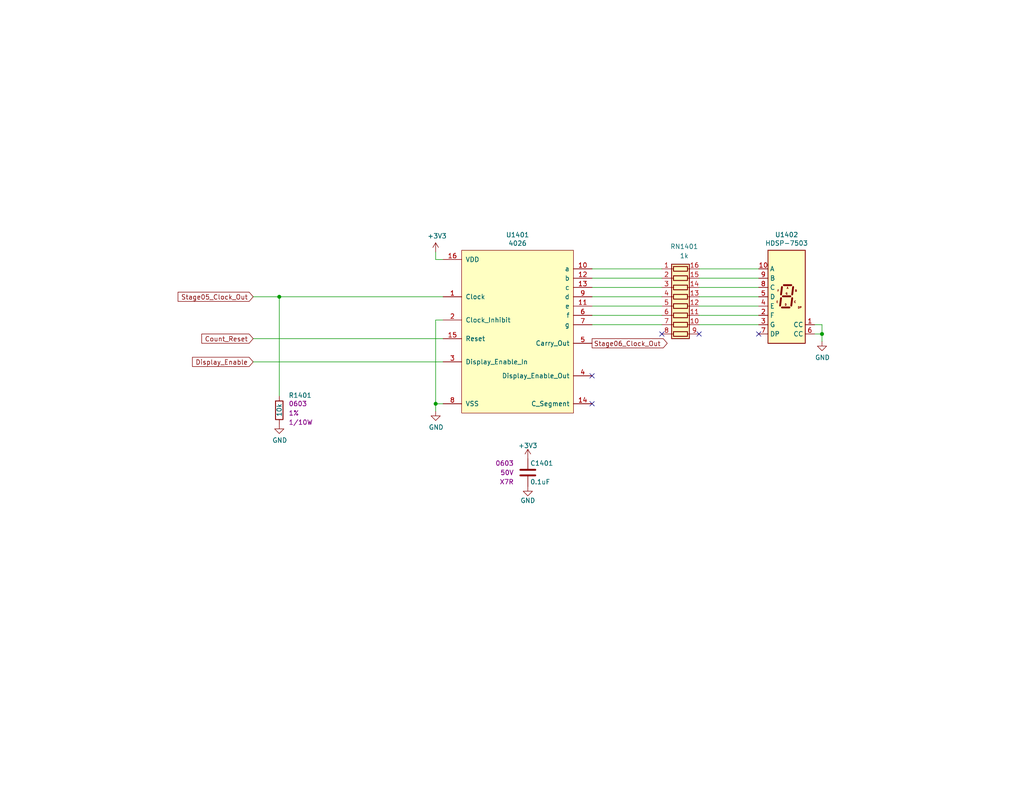
<source format=kicad_sch>
(kicad_sch (version 20230121) (generator eeschema)
  (paper "A")
  (title_block (title "Stopwatch") (date "2024-01-02") (rev "A") (company "Drew Maatman"))
  (lib_symbols
    (symbol "Custom_Library:4026" (pin_names (offset 1.016))
      (property "Reference" "U" (at 30.48 -43.18 0))
      (property "Value" "4026" (at 20.32 3.81 0))
      (symbol "4026_0_1"
        (rectangle (start 5.08 2.54) (end 35.56 -41.91) (fill (type background)))
      )
      (symbol "4026_1_1"
        (pin input line (at 0 -10.16 0) (length 5.08) (name "Clock") (number "1"))
        (pin output line (at 40.64 -2.54 180) (length 5.08) (name "a") (number "10"))
        (pin output line (at 40.64 -12.7 180) (length 5.08) (name "e") (number "11"))
        (pin output line (at 40.64 -5.08 180) (length 5.08) (name "b") (number "12"))
        (pin output line (at 40.64 -7.62 180) (length 5.08) (name "c") (number "13"))
        (pin output line (at 40.64 -39.37 180) (length 5.08) (name "C_Segment") (number "14"))
        (pin input line (at 0 -21.59 0) (length 5.08) (name "Reset") (number "15"))
        (pin power_in line (at 0 0 0) (length 5.08) (name "VDD") (number "16"))
        (pin input line (at 0 -16.51 0) (length 5.08) (name "Clock_Inhibit") (number "2"))
        (pin input line (at 0 -27.94 0) (length 5.08) (name "Display_Enable_In") (number "3"))
        (pin output line (at 40.64 -31.75 180) (length 5.08) (name "Display_Enable_Out") (number "4"))
        (pin output line (at 40.64 -22.86 180) (length 5.08) (name "Carry_Out") (number "5"))
        (pin output line (at 40.64 -15.24 180) (length 5.08) (name "f") (number "6"))
        (pin output line (at 40.64 -17.78 180) (length 5.08) (name "g") (number "7"))
        (pin power_in line (at 0 -39.37 0) (length 5.08) (name "VSS") (number "8"))
        (pin output line (at 40.64 -10.16 180) (length 5.08) (name "d") (number "9"))
      )
    )
    (symbol "Custom_Library:C_Custom" (pin_numbers hide) (pin_names (offset 0.254))
      (property "Reference" "C" (at 0.635 2.54 0))
      (property "Value" "C_Custom" (at 0.635 -2.54 0))
      (property "display_footprint" "Foot" (at -3.81 2.54 0))
      (property "Voltage" "V" (at -3.81 0 0))
      (property "Dielectric" "Er" (at -3.81 -2.54 0))
      (symbol "C_Custom_0_1"
        (polyline (pts (xy -2.032 -0.762) (xy 2.032 -0.762)) (stroke (width 0.508)))
        (polyline (pts (xy -2.032 0.762) (xy 2.032 0.762)) (stroke (width 0.508)))
      )
      (symbol "C_Custom_1_1"
        (pin passive line (at 0 3.81 270) (length 2.794) (name "~") (number "1"))
        (pin passive line (at 0 -3.81 90) (length 2.794) (name "~") (number "2"))
      )
    )
    (symbol "Custom_Library:R_Custom" (pin_numbers hide) (pin_names (offset 1.016) hide)
      (property "Reference" "R" (at -2.54 0 90))
      (property "Value" "R_Custom" (at 0 0 90))
      (property "display_footprint" "Foot" (at 2.54 0 90))
      (property "Tolerance" "Tol" (at 5.08 0 90))
      (property "Wattage" "W" (at 7.62 0 90))
      (symbol "R_Custom_0_1"
        (rectangle (start 1.016 2.54) (end -1.016 -2.54) (stroke (width 0.254)))
      )
      (symbol "R_Custom_1_1"
        (pin passive line (at 0 3.81 270) (length 1.27) (name "1") (number "1"))
        (pin passive line (at 0 -3.81 90) (length 1.27) (name "2") (number "2"))
      )
    )
    (symbol "Device:R_Pack08" (pin_names (offset 0) hide)
      (property "Reference" "RN" (at -12.7 0 90))
      (property "Value" "R_Pack08" (at 10.16 0 90))
      (symbol "R_Pack08_0_1"
        (rectangle (start -11.43 -2.413) (end 8.89 2.413) (stroke (width 0.254)) (fill (type background)))
        (rectangle (start -10.795 1.905) (end -9.525 -1.905) (stroke (width 0.254)))
        (rectangle (start -8.255 1.905) (end -6.985 -1.905) (stroke (width 0.254)))
        (rectangle (start -5.715 1.905) (end -4.445 -1.905) (stroke (width 0.254)))
        (rectangle (start -3.175 1.905) (end -1.905 -1.905) (stroke (width 0.254)))
        (rectangle (start -0.635 1.905) (end 0.635 -1.905) (stroke (width 0.254)))
        (polyline (pts (xy -10.16 -2.54) (xy -10.16 -1.905)))
        (polyline (pts (xy -10.16 1.905) (xy -10.16 2.54)))
        (polyline (pts (xy -7.62 -2.54) (xy -7.62 -1.905)))
        (polyline (pts (xy -7.62 1.905) (xy -7.62 2.54)))
        (polyline (pts (xy -5.08 -2.54) (xy -5.08 -1.905)))
        (polyline (pts (xy -5.08 1.905) (xy -5.08 2.54)))
        (polyline (pts (xy -2.54 -2.54) (xy -2.54 -1.905)))
        (polyline (pts (xy -2.54 1.905) (xy -2.54 2.54)))
        (polyline (pts (xy 0 -2.54) (xy 0 -1.905)))
        (polyline (pts (xy 0 1.905) (xy 0 2.54)))
        (polyline (pts (xy 2.54 -2.54) (xy 2.54 -1.905)))
        (polyline (pts (xy 2.54 1.905) (xy 2.54 2.54)))
        (polyline (pts (xy 5.08 -2.54) (xy 5.08 -1.905)))
        (polyline (pts (xy 5.08 1.905) (xy 5.08 2.54)))
        (polyline (pts (xy 7.62 -2.54) (xy 7.62 -1.905)))
        (polyline (pts (xy 7.62 1.905) (xy 7.62 2.54)))
        (rectangle (start 1.905 1.905) (end 3.175 -1.905) (stroke (width 0.254)))
        (rectangle (start 4.445 1.905) (end 5.715 -1.905) (stroke (width 0.254)))
        (rectangle (start 6.985 1.905) (end 8.255 -1.905) (stroke (width 0.254)))
      )
      (symbol "R_Pack08_1_1"
        (pin passive line (at -10.16 -5.08 90) (length 2.54) (name "R1.1") (number "1"))
        (pin passive line (at 5.08 5.08 270) (length 2.54) (name "R7.2") (number "10"))
        (pin passive line (at 2.54 5.08 270) (length 2.54) (name "R6.2") (number "11"))
        (pin passive line (at 0 5.08 270) (length 2.54) (name "R5.2") (number "12"))
        (pin passive line (at -2.54 5.08 270) (length 2.54) (name "R4.2") (number "13"))
        (pin passive line (at -5.08 5.08 270) (length 2.54) (name "R3.2") (number "14"))
        (pin passive line (at -7.62 5.08 270) (length 2.54) (name "R2.2") (number "15"))
        (pin passive line (at -10.16 5.08 270) (length 2.54) (name "R1.2") (number "16"))
        (pin passive line (at -7.62 -5.08 90) (length 2.54) (name "R2.1") (number "2"))
        (pin passive line (at -5.08 -5.08 90) (length 2.54) (name "R3.1") (number "3"))
        (pin passive line (at -2.54 -5.08 90) (length 2.54) (name "R4.1") (number "4"))
        (pin passive line (at 0 -5.08 90) (length 2.54) (name "R5.1") (number "5"))
        (pin passive line (at 2.54 -5.08 90) (length 2.54) (name "R6.1") (number "6"))
        (pin passive line (at 5.08 -5.08 90) (length 2.54) (name "R7.1") (number "7"))
        (pin passive line (at 7.62 -5.08 90) (length 2.54) (name "R8.1") (number "8"))
        (pin passive line (at 7.62 5.08 270) (length 2.54) (name "R8.2") (number "9"))
      )
    )
    (symbol "Display_Character:HDSP-7503"
      (property "Reference" "U" (at -3.81 13.97 0))
      (property "Value" "HDSP-7503" (at 6.35 13.97 0))
      (symbol "HDSP-7503_1_0"
        (text "A" (at 0.254 2.413 0) (effects (font (size 0.508 0.508))))
        (text "B" (at 2.54 1.651 0) (effects (font (size 0.508 0.508))))
        (text "C" (at 2.286 -1.397 0) (effects (font (size 0.508 0.508))))
        (text "D" (at -0.254 -2.159 0) (effects (font (size 0.508 0.508))))
        (text "DP" (at 3.556 -2.921 0) (effects (font (size 0.508 0.508))))
        (text "E" (at -2.54 -1.397 0) (effects (font (size 0.508 0.508))))
        (text "F" (at -2.286 1.651 0) (effects (font (size 0.508 0.508))))
        (text "G" (at 0 0.889 0) (effects (font (size 0.508 0.508))))
      )
      (symbol "HDSP-7503_1_1"
        (rectangle (start -5.08 12.7) (end 5.08 -12.7) (stroke (width 0.254)) (fill (type background)))
        (polyline (pts (xy -1.524 -0.381) (xy -1.778 -2.413)) (stroke (width 0.508)))
        (polyline (pts (xy -1.27 -2.921) (xy 0.762 -2.921)) (stroke (width 0.508)))
        (polyline (pts (xy -1.27 2.667) (xy -1.524 0.635)) (stroke (width 0.508)))
        (polyline (pts (xy -1.016 0.127) (xy 1.016 0.127)) (stroke (width 0.508)))
        (polyline (pts (xy -0.762 3.175) (xy 1.27 3.175)) (stroke (width 0.508)))
        (polyline (pts (xy 1.524 -0.381) (xy 1.27 -2.413)) (stroke (width 0.508)))
        (polyline (pts (xy 1.778 2.667) (xy 1.524 0.635)) (stroke (width 0.508)))
        (polyline (pts (xy 2.54 -2.921) (xy 2.54 -2.921)) (stroke (width 0.508)))
        (pin input line (at 7.62 -7.62 180) (length 2.54) (name "CC") (number "1"))
        (pin input line (at -7.62 7.62 0) (length 2.54) (name "A") (number "10"))
        (pin input line (at -7.62 -5.08 0) (length 2.54) (name "F") (number "2"))
        (pin input line (at -7.62 -7.62 0) (length 2.54) (name "G") (number "3"))
        (pin input line (at -7.62 -2.54 0) (length 2.54) (name "E") (number "4"))
        (pin input line (at -7.62 0 0) (length 2.54) (name "D") (number "5"))
        (pin input line (at 7.62 -10.16 180) (length 2.54) (name "CC") (number "6"))
        (pin input line (at -7.62 -10.16 0) (length 2.54) (name "DP") (number "7"))
        (pin input line (at -7.62 2.54 0) (length 2.54) (name "C") (number "8"))
        (pin input line (at -7.62 5.08 0) (length 2.54) (name "B") (number "9"))
      )
    )
    (symbol "Incrementor-rescue:+3.3V-power" (power) (pin_names (offset 0))
      (property "Value" "+3.3V-power" (at 0 3.556 0))
      (symbol "+3.3V-power_0_1"
        (polyline (pts (xy -0.762 1.27) (xy 0 2.54)))
        (polyline (pts (xy 0 0) (xy 0 2.54)))
        (polyline (pts (xy 0 2.54) (xy 0.762 1.27)))
      )
      (symbol "+3.3V-power_1_1"
        (pin power_in line (at 0 0 90) (length 0) hide (name "+3V3") (number "1"))
      )
    )
    (symbol "power:GND" (power) (pin_names (offset 0))
      (property "Value" "GND" (at 0 -3.81 0))
      (symbol "GND_0_1"
        (polyline (pts (xy 0 0) (xy 0 -1.27) (xy 1.27 -1.27) (xy 0 -2.54) (xy -1.27 -1.27) (xy 0 -1.27)))
      )
      (symbol "GND_1_1"
        (pin power_in line (at 0 0 270) (length 0) hide (name "GND") (number "1"))
      )
    )
  )
  (junction (at 224.282 91.186))
  (junction (at 118.872 110.236))
  (junction (at 76.2 81.026))
  (no_connect (at 207.01 91.186))
  (no_connect (at 161.544 110.236))
  (no_connect (at 180.594 91.186))
  (no_connect (at 161.544 102.616))
  (no_connect (at 190.754 91.186))
  (wire (pts (xy 190.754 81.026) (xy 207.01 81.026)))
  (wire (pts (xy 118.872 112.268) (xy 118.872 110.236)))
  (wire (pts (xy 120.904 87.376) (xy 118.872 87.376)))
  (wire (pts (xy 190.754 75.946) (xy 207.01 75.946)))
  (wire (pts (xy 161.544 73.406) (xy 180.594 73.406)))
  (wire (pts (xy 161.544 75.946) (xy 180.594 75.946)))
  (wire (pts (xy 161.544 88.646) (xy 180.594 88.646)))
  (wire (pts (xy 224.282 88.646) (xy 222.25 88.646)))
  (wire (pts (xy 161.544 86.106) (xy 180.594 86.106)))
  (wire (pts (xy 190.754 88.646) (xy 207.01 88.646)))
  (wire (pts (xy 118.872 68.834) (xy 118.872 70.866)))
  (wire (pts (xy 190.754 86.106) (xy 207.01 86.106)))
  (wire (pts (xy 224.282 93.218) (xy 224.282 91.186)))
  (wire (pts (xy 224.282 91.186) (xy 224.282 88.646)))
  (wire (pts (xy 69.088 92.456) (xy 120.904 92.456)))
  (wire (pts (xy 161.544 78.486) (xy 180.594 78.486)))
  (wire (pts (xy 76.2 81.026) (xy 76.2 108.204)))
  (wire (pts (xy 190.754 73.406) (xy 207.01 73.406)))
  (wire (pts (xy 161.544 81.026) (xy 180.594 81.026)))
  (wire (pts (xy 190.754 83.566) (xy 207.01 83.566)))
  (wire (pts (xy 69.088 81.026) (xy 76.2 81.026)))
  (wire (pts (xy 161.544 83.566) (xy 180.594 83.566)))
  (wire (pts (xy 222.25 91.186) (xy 224.282 91.186)))
  (wire (pts (xy 118.872 87.376) (xy 118.872 110.236)))
  (wire (pts (xy 190.754 78.486) (xy 207.01 78.486)))
  (wire (pts (xy 118.872 70.866) (xy 120.904 70.866)))
  (wire (pts (xy 120.904 81.026) (xy 76.2 81.026)))
  (wire (pts (xy 69.088 98.806) (xy 120.904 98.806)))
  (wire (pts (xy 118.872 110.236) (xy 120.904 110.236)))
  (global_label "Stage05_Clock_Out" (shape input) (at 69.088 81.026 180) (property "Intersheetrefs" "${INTERSHEET_REFS}" (effects hide)))
  (global_label "Display_Enable" (shape input) (at 69.088 98.806 180) (property "Intersheetrefs" "${INTERSHEET_REFS}" (effects hide)))
  (global_label "Count_Reset" (shape input) (at 69.088 92.456 180) (property "Intersheetrefs" "${INTERSHEET_REFS}" (effects hide)))
  (global_label "Stage06_Clock_Out" (shape output) (at 161.544 93.726 0) (property "Intersheetrefs" "${INTERSHEET_REFS}" (effects hide)))
  (symbol (lib_id "Custom_Library:4026") (at 120.904 70.866 0) (unit 1)
    (property "Reference" "U1401" (at 141.224 64.135 0))
    (property "Value" "4026" (at 141.224 66.4464 0))
    (property "Footprint" "Housings_SSOP:TSSOP-16_4.4x5mm_Pitch0.65mm" (effects hide))
    (property "Digi-Key PN" "296-32878-5-ND" (effects hide))
    (instances (project "Stopwatch" (path "" (reference "U1401") (unit 1)) (path "" (reference "U?") (unit 1))))
  )
  (symbol (lib_id "Incrementor-rescue:+3.3V-power") (at 118.872 68.834 0) (unit 1)
    (property "Reference" "#PWR01404" (effects hide))
    (property "Value" "+3.3V" (at 119.253 64.4398 0))
    (instances (project "Stopwatch" (path "" (reference "#PWR01404") (unit 1)) (path "" (reference "#PWR?") (unit 1))))
  )
  (symbol (lib_id "power:GND") (at 118.872 112.268 0) (unit 1)
    (property "Reference" "#PWR01405" (effects hide))
    (property "Value" "GND" (at 118.999 116.6622 0))
    (instances (project "Stopwatch" (path "" (reference "#PWR01405") (unit 1)) (path "" (reference "#PWR?") (unit 1))))
  )
  (symbol (lib_id "Device:R_Pack08") (at 185.674 83.566 270) (unit 1)
    (property "Reference" "RN1401" (at 186.69 67.31 90))
    (property "Value" "1k" (at 186.69 69.85 90))
    (property "Footprint" "Resistor_SMD:R_Cat16-8" (effects hide))
    (property "Digi-Key PN" "CAT16-102J8LFCT-ND" (effects hide))
    (instances (project "Stopwatch" (path "" (reference "RN1401") (unit 1)) (path "" (reference "RN?") (unit 1))))
  )
  (symbol (lib_id "Display_Character:HDSP-7503") (at 214.63 81.026 0) (unit 1)
    (property "Reference" "U1402" (at 214.63 64.0842 0))
    (property "Value" "HDSP-7503" (at 214.63 66.3956 0))
    (property "Footprint" "Display_7Segment:HDSP-A151" (effects hide))
    (property "Datasheet" "https://docs.broadcom.com/docs/AV02-2553EN" (effects hide))
    (property "Digi-Key PN" "516-1203-5-ND" (effects hide))
    (instances (project "Stopwatch" (path "" (reference "U1402") (unit 1)) (path "" (reference "U?") (unit 1))))
  )
  (symbol (lib_id "power:GND") (at 224.282 93.218 0) (unit 1)
    (property "Reference" "#PWR01408" (effects hide))
    (property "Value" "GND" (at 224.409 97.6122 0))
    (instances (project "Stopwatch" (path "" (reference "#PWR01408") (unit 1)) (path "" (reference "#PWR?") (unit 1))))
  )
  (symbol (lib_id "Custom_Library:R_Custom") (at 76.2 112.014 0) (unit 1)
    (property "Reference" "R1401" (at 78.74 107.95 0) (effects (justify left)))
    (property "Value" "10k" (at 76.2 113.792 90) (effects (justify left)))
    (property "Footprint" "Resistors_SMD:R_0603" (effects hide))
    (property "display_footprint" "0603" (at 78.74 110.236 0) (effects (justify left)))
    (property "Tolerance" "1%" (at 78.74 112.776 0) (effects (justify left)))
    (property "Wattage" "1/10W" (at 78.74 115.316 0) (effects (justify left)))
    (property "Digi-Key PN" "RMCF0603FT10K0CT-ND" (effects hide))
    (instances (project "Stopwatch" (path "" (reference "R1401") (unit 1)) (path "" (reference "R?") (unit 1))))
  )
  (symbol (lib_id "power:GND") (at 76.2 115.824 0) (unit 1)
    (property "Reference" "#PWR01401" (effects hide))
    (property "Value" "GND" (at 76.327 120.2182 0))
    (instances (project "Stopwatch" (path "" (reference "#PWR01401") (unit 1)) (path "" (reference "#PWR?") (unit 1))))
  )
  (symbol (lib_id "Custom_Library:C_Custom") (at 144.018 129.032 0) (unit 1)
    (property "Reference" "C1401" (at 144.653 126.492 0) (effects (justify left)))
    (property "Value" "0.1uF" (at 144.653 131.572 0) (effects (justify left)))
    (property "Footprint" "Capacitors_SMD:C_0603" (effects hide))
    (property "display_footprint" "0603" (at 140.208 126.492 0) (effects (justify right)))
    (property "Voltage" "50V" (at 140.208 129.032 0) (effects (justify right)))
    (property "Dielectric" "X7R" (at 140.208 131.572 0) (effects (justify right)))
    (property "Digi-Key PN" "311-1344-1-ND" (effects hide))
    (instances (project "Stopwatch" (path "" (reference "C1401") (unit 1)) (path "" (reference "C?") (unit 1))))
  )
  (symbol (lib_id "power:GND") (at 144.018 132.842 0) (unit 1)
    (property "Reference" "#PWR01407" (effects hide))
    (property "Value" "GND" (at 144.018 136.652 0))
    (instances (project "Stopwatch" (path "" (reference "#PWR01407") (unit 1)) (path "" (reference "#PWR?") (unit 1))))
  )
  (symbol (lib_id "Incrementor-rescue:+3.3V-power") (at 144.018 125.222 0) (unit 1)
    (property "Reference" "#PWR01406" (effects hide))
    (property "Value" "+3.3V" (at 144.018 121.666 0))
    (instances (project "Stopwatch" (path "" (reference "#PWR01406") (unit 1)) (path "" (reference "#PWR?") (unit 1))))
  )
)
</source>
